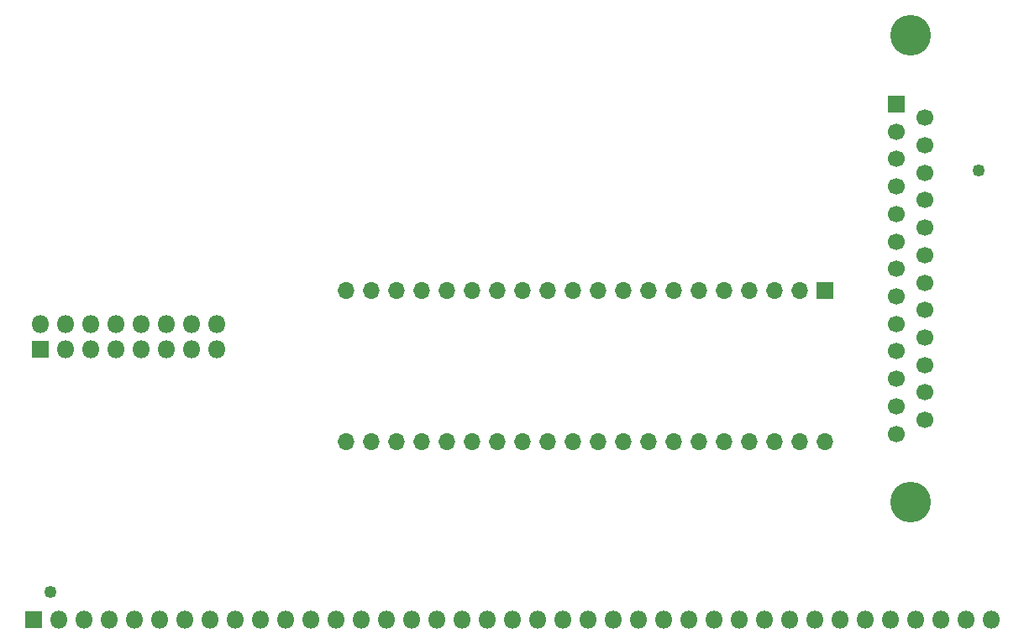
<source format=gbs>
%TF.GenerationSoftware,KiCad,Pcbnew,5.1.6*%
%TF.CreationDate,2020-09-23T23:00:43+02:00*%
%TF.ProjectId,RC2014-LPT,52433230-3134-42d4-9c50-542e6b696361,rev?*%
%TF.SameCoordinates,Original*%
%TF.FileFunction,Soldermask,Bot*%
%TF.FilePolarity,Negative*%
%FSLAX46Y46*%
G04 Gerber Fmt 4.6, Leading zero omitted, Abs format (unit mm)*
G04 Created by KiCad (PCBNEW 5.1.6) date 2020-09-23 23:00:43*
%MOMM*%
%LPD*%
G01*
G04 APERTURE LIST*
%ADD10O,1.700000X1.700000*%
%ADD11R,1.700000X1.700000*%
%ADD12C,4.100000*%
%ADD13C,1.700000*%
%ADD14C,1.252000*%
%ADD15O,1.800000X1.800000*%
%ADD16R,1.800000X1.800000*%
G04 APERTURE END LIST*
D10*
%TO.C,U1*%
X123800000Y-54040000D03*
X75540000Y-38800000D03*
X121260000Y-54040000D03*
X78080000Y-38800000D03*
X118720000Y-54040000D03*
X80620000Y-38800000D03*
X116180000Y-54040000D03*
X83160000Y-38800000D03*
X113640000Y-54040000D03*
X85700000Y-38800000D03*
X111100000Y-54040000D03*
X88240000Y-38800000D03*
X108560000Y-54040000D03*
X90780000Y-38800000D03*
X106020000Y-54040000D03*
X93320000Y-38800000D03*
X103480000Y-54040000D03*
X95860000Y-38800000D03*
X100940000Y-54040000D03*
X98400000Y-38800000D03*
X98400000Y-54040000D03*
X100940000Y-38800000D03*
X95860000Y-54040000D03*
X103480000Y-38800000D03*
X93320000Y-54040000D03*
X106020000Y-38800000D03*
X90780000Y-54040000D03*
X108560000Y-38800000D03*
X88240000Y-54040000D03*
X111100000Y-38800000D03*
X85700000Y-54040000D03*
X113640000Y-38800000D03*
X83160000Y-54040000D03*
X116180000Y-38800000D03*
X80620000Y-54040000D03*
X118720000Y-38800000D03*
X78080000Y-54040000D03*
X121260000Y-38800000D03*
X75540000Y-54040000D03*
D11*
X123800000Y-38800000D03*
%TD*%
D12*
%TO.C,J2*%
X132420000Y-13070000D03*
X132420000Y-60170000D03*
D13*
X133840000Y-51855000D03*
X133840000Y-49085000D03*
X133840000Y-46315000D03*
X133840000Y-43545000D03*
X133840000Y-40775000D03*
X133840000Y-38005000D03*
X133840000Y-35235000D03*
X133840000Y-32465000D03*
X133840000Y-29695000D03*
X133840000Y-26925000D03*
X133840000Y-24155000D03*
X133840000Y-21385000D03*
X131000000Y-53240000D03*
X131000000Y-50470000D03*
X131000000Y-47700000D03*
X131000000Y-44930000D03*
X131000000Y-42160000D03*
X131000000Y-39390000D03*
X131000000Y-36620000D03*
X131000000Y-33850000D03*
X131000000Y-31080000D03*
X131000000Y-28310000D03*
X131000000Y-25540000D03*
X131000000Y-22770000D03*
D11*
X131000000Y-20000000D03*
%TD*%
D14*
%TO.C,H2*%
X139319000Y-26670000D03*
%TD*%
%TO.C,H1*%
X45720000Y-69215000D03*
%TD*%
D15*
%TO.C,J3*%
X62484000Y-42164000D03*
X62484000Y-44704000D03*
X59944000Y-42164000D03*
X59944000Y-44704000D03*
X57404000Y-42164000D03*
X57404000Y-44704000D03*
X54864000Y-42164000D03*
X54864000Y-44704000D03*
X52324000Y-42164000D03*
X52324000Y-44704000D03*
X49784000Y-42164000D03*
X49784000Y-44704000D03*
X47244000Y-42164000D03*
X47244000Y-44704000D03*
X44704000Y-42164000D03*
D16*
X44704000Y-44704000D03*
%TD*%
D15*
%TO.C,J1*%
X140520000Y-72000000D03*
X137980000Y-72000000D03*
X135440000Y-72000000D03*
X132900000Y-72000000D03*
X130360000Y-72000000D03*
X127820000Y-72000000D03*
X125280000Y-72000000D03*
X122740000Y-72000000D03*
X120200000Y-72000000D03*
X117660000Y-72000000D03*
X115120000Y-72000000D03*
X112580000Y-72000000D03*
X110040000Y-72000000D03*
X107500000Y-72000000D03*
X104960000Y-72000000D03*
X102420000Y-72000000D03*
X99880000Y-72000000D03*
X97340000Y-72000000D03*
X94800000Y-72000000D03*
X92260000Y-72000000D03*
X89720000Y-72000000D03*
X87180000Y-72000000D03*
X84640000Y-72000000D03*
X82100000Y-72000000D03*
X79560000Y-72000000D03*
X77020000Y-72000000D03*
X74480000Y-72000000D03*
X71940000Y-72000000D03*
X69400000Y-72000000D03*
X66860000Y-72000000D03*
X64320000Y-72000000D03*
X61780000Y-72000000D03*
X59240000Y-72000000D03*
X56700000Y-72000000D03*
X54160000Y-72000000D03*
X51620000Y-72000000D03*
X49080000Y-72000000D03*
X46540000Y-72000000D03*
D16*
X44000000Y-72000000D03*
%TD*%
M02*

</source>
